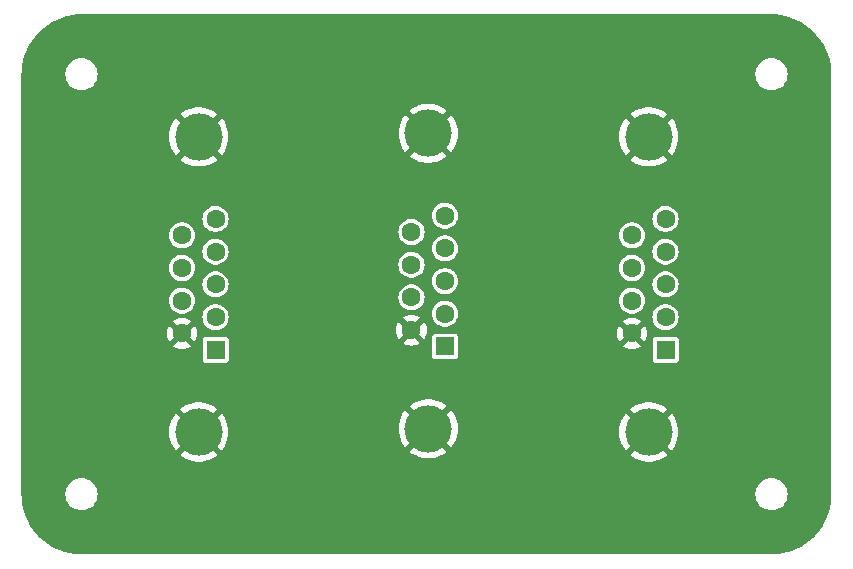
<source format=gbl>
G04 #@! TF.GenerationSoftware,KiCad,Pcbnew,7.0.10*
G04 #@! TF.CreationDate,2024-01-28T20:04:37-07:00*
G04 #@! TF.ProjectId,CANBUS Breakout Board,43414e42-5553-4204-9272-65616b6f7574,rev?*
G04 #@! TF.SameCoordinates,Original*
G04 #@! TF.FileFunction,Copper,L2,Bot*
G04 #@! TF.FilePolarity,Positive*
%FSLAX46Y46*%
G04 Gerber Fmt 4.6, Leading zero omitted, Abs format (unit mm)*
G04 Created by KiCad (PCBNEW 7.0.10) date 2024-01-28 20:04:37*
%MOMM*%
%LPD*%
G01*
G04 APERTURE LIST*
G04 #@! TA.AperFunction,ComponentPad*
%ADD10C,4.000000*%
G04 #@! TD*
G04 #@! TA.AperFunction,ComponentPad*
%ADD11R,1.600000X1.600000*%
G04 #@! TD*
G04 #@! TA.AperFunction,ComponentPad*
%ADD12C,1.600000*%
G04 #@! TD*
G04 #@! TA.AperFunction,Conductor*
%ADD13C,0.250000*%
G04 #@! TD*
G04 #@! TA.AperFunction,Conductor*
%ADD14C,0.200000*%
G04 #@! TD*
G04 APERTURE END LIST*
D10*
X134390331Y-66250000D03*
X134390331Y-91250000D03*
D11*
X135810331Y-84290000D03*
D12*
X135810331Y-81520000D03*
X135810331Y-78750000D03*
X135810331Y-75980000D03*
X135810331Y-73210000D03*
X132970331Y-82905000D03*
X132970331Y-80135000D03*
X132970331Y-77365000D03*
X132970331Y-74595000D03*
X152400000Y-74314669D03*
X152400000Y-77084669D03*
X152400000Y-79854669D03*
X152400000Y-82624669D03*
X155240000Y-72929669D03*
X155240000Y-75699669D03*
X155240000Y-78469669D03*
X155240000Y-81239669D03*
D11*
X155240000Y-84009669D03*
D10*
X153820000Y-90969669D03*
X153820000Y-65969669D03*
X172490331Y-66250000D03*
X172490331Y-91250000D03*
D11*
X173910331Y-84290000D03*
D12*
X173910331Y-81520000D03*
X173910331Y-78750000D03*
X173910331Y-75980000D03*
X173910331Y-73210000D03*
X171070331Y-82905000D03*
X171070331Y-80135000D03*
X171070331Y-77365000D03*
X171070331Y-74595000D03*
D13*
X170790000Y-79854669D02*
X171070331Y-80135000D01*
X152119669Y-80135000D02*
X152400000Y-79854669D01*
D14*
X170790000Y-74314669D02*
X171070331Y-74595000D01*
X152119669Y-74595000D02*
X152400000Y-74314669D01*
G04 #@! TA.AperFunction,Conductor*
G36*
X182882562Y-55880605D02*
G01*
X183097373Y-55889490D01*
X183300249Y-55898348D01*
X183310120Y-55899177D01*
X183525510Y-55926026D01*
X183525963Y-55926084D01*
X183728504Y-55952749D01*
X183737718Y-55954319D01*
X183949797Y-55998787D01*
X183950827Y-55999009D01*
X184150566Y-56043290D01*
X184159092Y-56045502D01*
X184296957Y-56086546D01*
X184366503Y-56107251D01*
X184368407Y-56107835D01*
X184419925Y-56124078D01*
X184563404Y-56169316D01*
X184571119Y-56172034D01*
X184772754Y-56250712D01*
X184775027Y-56251626D01*
X184963987Y-56329896D01*
X184970965Y-56333043D01*
X185165405Y-56428098D01*
X185168080Y-56429449D01*
X185258300Y-56476415D01*
X185349482Y-56523882D01*
X185355698Y-56527348D01*
X185541533Y-56638081D01*
X185544685Y-56640024D01*
X185717116Y-56749875D01*
X185722545Y-56753538D01*
X185898570Y-56879218D01*
X185902002Y-56881759D01*
X186064219Y-57006232D01*
X186068874Y-57009985D01*
X186233920Y-57149771D01*
X186237552Y-57152972D01*
X186388327Y-57291132D01*
X186392235Y-57294873D01*
X186545125Y-57447763D01*
X186548866Y-57451671D01*
X186687026Y-57602446D01*
X186690227Y-57606078D01*
X186830013Y-57771124D01*
X186833766Y-57775779D01*
X186958239Y-57937996D01*
X186960780Y-57941428D01*
X187086460Y-58117453D01*
X187090123Y-58122882D01*
X187199974Y-58295313D01*
X187201917Y-58298465D01*
X187312650Y-58484300D01*
X187316116Y-58490516D01*
X187410534Y-58671889D01*
X187411946Y-58674686D01*
X187506942Y-58869004D01*
X187510102Y-58876011D01*
X187588351Y-59064920D01*
X187589307Y-59067298D01*
X187667949Y-59268838D01*
X187670693Y-59276627D01*
X187732163Y-59471591D01*
X187732747Y-59473495D01*
X187794494Y-59680898D01*
X187796710Y-59689441D01*
X187840949Y-59888987D01*
X187841249Y-59890380D01*
X187885675Y-60102260D01*
X187887253Y-60111521D01*
X187913887Y-60313829D01*
X187913996Y-60314676D01*
X187940818Y-60529849D01*
X187941652Y-60539778D01*
X187950512Y-60742701D01*
X187950524Y-60742986D01*
X187959394Y-60957438D01*
X187959500Y-60962562D01*
X187959500Y-96517437D01*
X187959394Y-96522561D01*
X187950524Y-96737013D01*
X187950512Y-96737298D01*
X187941652Y-96940220D01*
X187940818Y-96950149D01*
X187913996Y-97165322D01*
X187913887Y-97166169D01*
X187887253Y-97368477D01*
X187885675Y-97377738D01*
X187841249Y-97589618D01*
X187840949Y-97591011D01*
X187796710Y-97790557D01*
X187794494Y-97799100D01*
X187732747Y-98006503D01*
X187732163Y-98008407D01*
X187670693Y-98203371D01*
X187667949Y-98211160D01*
X187589307Y-98412700D01*
X187588351Y-98415078D01*
X187510102Y-98603987D01*
X187506942Y-98610994D01*
X187411946Y-98805312D01*
X187410534Y-98808109D01*
X187316116Y-98989482D01*
X187312650Y-98995698D01*
X187201917Y-99181533D01*
X187199974Y-99184685D01*
X187090123Y-99357116D01*
X187086460Y-99362545D01*
X186960780Y-99538570D01*
X186958239Y-99542002D01*
X186833766Y-99704219D01*
X186830013Y-99708874D01*
X186690227Y-99873920D01*
X186687026Y-99877552D01*
X186548866Y-100028327D01*
X186545125Y-100032235D01*
X186392235Y-100185125D01*
X186388327Y-100188866D01*
X186237552Y-100327026D01*
X186233920Y-100330227D01*
X186068874Y-100470013D01*
X186064219Y-100473766D01*
X185902002Y-100598239D01*
X185898570Y-100600780D01*
X185722545Y-100726460D01*
X185717116Y-100730123D01*
X185544685Y-100839974D01*
X185541533Y-100841917D01*
X185355698Y-100952650D01*
X185349482Y-100956116D01*
X185168109Y-101050534D01*
X185165312Y-101051946D01*
X184970994Y-101146942D01*
X184963987Y-101150102D01*
X184775078Y-101228351D01*
X184772700Y-101229307D01*
X184571160Y-101307949D01*
X184563371Y-101310693D01*
X184368407Y-101372163D01*
X184366503Y-101372747D01*
X184159100Y-101434494D01*
X184150557Y-101436710D01*
X183951011Y-101480949D01*
X183949618Y-101481249D01*
X183737738Y-101525675D01*
X183728477Y-101527253D01*
X183526169Y-101553887D01*
X183525322Y-101553996D01*
X183310149Y-101580818D01*
X183300220Y-101581652D01*
X183097408Y-101590507D01*
X183097124Y-101590519D01*
X182882563Y-101599394D01*
X182877438Y-101599500D01*
X124462562Y-101599500D01*
X124457437Y-101599394D01*
X124242874Y-101590519D01*
X124242590Y-101590507D01*
X124039778Y-101581652D01*
X124029849Y-101580818D01*
X123814676Y-101553996D01*
X123813829Y-101553887D01*
X123611521Y-101527253D01*
X123602260Y-101525675D01*
X123390380Y-101481249D01*
X123388987Y-101480949D01*
X123189441Y-101436710D01*
X123180898Y-101434494D01*
X122973495Y-101372747D01*
X122971591Y-101372163D01*
X122776627Y-101310693D01*
X122768845Y-101307951D01*
X122638255Y-101256995D01*
X122567298Y-101229307D01*
X122564920Y-101228351D01*
X122376011Y-101150102D01*
X122369004Y-101146942D01*
X122174657Y-101051931D01*
X122171889Y-101050534D01*
X121990516Y-100956116D01*
X121984300Y-100952650D01*
X121798465Y-100841917D01*
X121795313Y-100839974D01*
X121622882Y-100730123D01*
X121617453Y-100726460D01*
X121441428Y-100600780D01*
X121437996Y-100598239D01*
X121275779Y-100473766D01*
X121271124Y-100470013D01*
X121106078Y-100330227D01*
X121102446Y-100327026D01*
X120951671Y-100188866D01*
X120947763Y-100185125D01*
X120794873Y-100032235D01*
X120791132Y-100028327D01*
X120652972Y-99877552D01*
X120649771Y-99873920D01*
X120509985Y-99708874D01*
X120506232Y-99704219D01*
X120381759Y-99542002D01*
X120379218Y-99538570D01*
X120253538Y-99362545D01*
X120249875Y-99357116D01*
X120140024Y-99184685D01*
X120138081Y-99181533D01*
X120027348Y-98995698D01*
X120023882Y-98989482D01*
X119929464Y-98808109D01*
X119928098Y-98805404D01*
X119833043Y-98610965D01*
X119829896Y-98603987D01*
X119751626Y-98415027D01*
X119750712Y-98412754D01*
X119672034Y-98211119D01*
X119669316Y-98203404D01*
X119607835Y-98008407D01*
X119607251Y-98006503D01*
X119562165Y-97855063D01*
X119545502Y-97799092D01*
X119543288Y-97790557D01*
X119499009Y-97590827D01*
X119498787Y-97589797D01*
X119454319Y-97377718D01*
X119452749Y-97368504D01*
X119426084Y-97165963D01*
X119426026Y-97165510D01*
X119399177Y-96950120D01*
X119398348Y-96940249D01*
X119389487Y-96737298D01*
X119380606Y-96522561D01*
X119380553Y-96520000D01*
X123104341Y-96520000D01*
X123124936Y-96755403D01*
X123124938Y-96755413D01*
X123186094Y-96983655D01*
X123186096Y-96983659D01*
X123186097Y-96983663D01*
X123236031Y-97090746D01*
X123285964Y-97197828D01*
X123285965Y-97197830D01*
X123421505Y-97391402D01*
X123588597Y-97558494D01*
X123782169Y-97694034D01*
X123782171Y-97694035D01*
X123996337Y-97793903D01*
X123996343Y-97793904D01*
X123996344Y-97793905D01*
X124051285Y-97808626D01*
X124224592Y-97855063D01*
X124401032Y-97870499D01*
X124401033Y-97870500D01*
X124401034Y-97870500D01*
X124518967Y-97870500D01*
X124518967Y-97870499D01*
X124695408Y-97855063D01*
X124923663Y-97793903D01*
X125137829Y-97694035D01*
X125331401Y-97558495D01*
X125498495Y-97391401D01*
X125634035Y-97197830D01*
X125733903Y-96983663D01*
X125795063Y-96755408D01*
X125815659Y-96520000D01*
X181524341Y-96520000D01*
X181544936Y-96755403D01*
X181544938Y-96755413D01*
X181606094Y-96983655D01*
X181606096Y-96983659D01*
X181606097Y-96983663D01*
X181656031Y-97090746D01*
X181705964Y-97197828D01*
X181705965Y-97197830D01*
X181841505Y-97391402D01*
X182008597Y-97558494D01*
X182202169Y-97694034D01*
X182202171Y-97694035D01*
X182416337Y-97793903D01*
X182416343Y-97793904D01*
X182416344Y-97793905D01*
X182471285Y-97808626D01*
X182644592Y-97855063D01*
X182821032Y-97870499D01*
X182821033Y-97870500D01*
X182821034Y-97870500D01*
X182938967Y-97870500D01*
X182938967Y-97870499D01*
X183115408Y-97855063D01*
X183343663Y-97793903D01*
X183557829Y-97694035D01*
X183751401Y-97558495D01*
X183918495Y-97391401D01*
X184054035Y-97197830D01*
X184153903Y-96983663D01*
X184215063Y-96755408D01*
X184235659Y-96520000D01*
X184215063Y-96284592D01*
X184153903Y-96056337D01*
X184054035Y-95842171D01*
X184054034Y-95842169D01*
X183918494Y-95648597D01*
X183751402Y-95481505D01*
X183557830Y-95345965D01*
X183557828Y-95345964D01*
X183450746Y-95296031D01*
X183343663Y-95246097D01*
X183343659Y-95246096D01*
X183343655Y-95246094D01*
X183115413Y-95184938D01*
X183115403Y-95184936D01*
X182938967Y-95169500D01*
X182938966Y-95169500D01*
X182821034Y-95169500D01*
X182821033Y-95169500D01*
X182644596Y-95184936D01*
X182644586Y-95184938D01*
X182416344Y-95246094D01*
X182416335Y-95246098D01*
X182202171Y-95345964D01*
X182202169Y-95345965D01*
X182008597Y-95481505D01*
X181841506Y-95648597D01*
X181841501Y-95648604D01*
X181705967Y-95842165D01*
X181705965Y-95842169D01*
X181606098Y-96056335D01*
X181606094Y-96056344D01*
X181544938Y-96284586D01*
X181544936Y-96284596D01*
X181524341Y-96519999D01*
X181524341Y-96520000D01*
X125815659Y-96520000D01*
X125795063Y-96284592D01*
X125733903Y-96056337D01*
X125634035Y-95842171D01*
X125634034Y-95842169D01*
X125498494Y-95648597D01*
X125331402Y-95481505D01*
X125137830Y-95345965D01*
X125137828Y-95345964D01*
X125030746Y-95296031D01*
X124923663Y-95246097D01*
X124923659Y-95246096D01*
X124923655Y-95246094D01*
X124695413Y-95184938D01*
X124695403Y-95184936D01*
X124518967Y-95169500D01*
X124518966Y-95169500D01*
X124401034Y-95169500D01*
X124401033Y-95169500D01*
X124224596Y-95184936D01*
X124224586Y-95184938D01*
X123996344Y-95246094D01*
X123996335Y-95246098D01*
X123782171Y-95345964D01*
X123782169Y-95345965D01*
X123588597Y-95481505D01*
X123421506Y-95648597D01*
X123421501Y-95648604D01*
X123285967Y-95842165D01*
X123285965Y-95842169D01*
X123186098Y-96056335D01*
X123186094Y-96056344D01*
X123124938Y-96284586D01*
X123124936Y-96284596D01*
X123104341Y-96519999D01*
X123104341Y-96520000D01*
X119380553Y-96520000D01*
X119380500Y-96517438D01*
X119380500Y-91250005D01*
X131885388Y-91250005D01*
X131905138Y-91563942D01*
X131905139Y-91563949D01*
X131964086Y-91872958D01*
X132061294Y-92172132D01*
X132061296Y-92172137D01*
X132195231Y-92456761D01*
X132195234Y-92456767D01*
X132363788Y-92722367D01*
X132363791Y-92722371D01*
X132454617Y-92832160D01*
X133092597Y-92194180D01*
X133255461Y-92384870D01*
X133446149Y-92547732D01*
X132805302Y-93188579D01*
X132805303Y-93188581D01*
X133048103Y-93364985D01*
X133048121Y-93364996D01*
X133323778Y-93516540D01*
X133323786Y-93516544D01*
X133616257Y-93632340D01*
X133920951Y-93710573D01*
X133920960Y-93710575D01*
X134233032Y-93749999D01*
X134233046Y-93750000D01*
X134547616Y-93750000D01*
X134547629Y-93749999D01*
X134859701Y-93710575D01*
X134859710Y-93710573D01*
X135164404Y-93632340D01*
X135456875Y-93516544D01*
X135456883Y-93516540D01*
X135732540Y-93364996D01*
X135732550Y-93364990D01*
X135975357Y-93188579D01*
X135975358Y-93188579D01*
X135334511Y-92547733D01*
X135525201Y-92384870D01*
X135688064Y-92194181D01*
X136326043Y-92832160D01*
X136416875Y-92722364D01*
X136585427Y-92456767D01*
X136585430Y-92456761D01*
X136719365Y-92172137D01*
X136719367Y-92172132D01*
X136816575Y-91872958D01*
X136875522Y-91563949D01*
X136875523Y-91563942D01*
X136895274Y-91250005D01*
X136895274Y-91249994D01*
X136877638Y-90969674D01*
X151315057Y-90969674D01*
X151334807Y-91283611D01*
X151334808Y-91283618D01*
X151393755Y-91592627D01*
X151490963Y-91891801D01*
X151490965Y-91891806D01*
X151624900Y-92176430D01*
X151624903Y-92176436D01*
X151793457Y-92442036D01*
X151793460Y-92442040D01*
X151884286Y-92551829D01*
X152522266Y-91913849D01*
X152685130Y-92104539D01*
X152875818Y-92267401D01*
X152234971Y-92908248D01*
X152234972Y-92908250D01*
X152477772Y-93084654D01*
X152477790Y-93084665D01*
X152753447Y-93236209D01*
X152753455Y-93236213D01*
X153045926Y-93352009D01*
X153350620Y-93430242D01*
X153350629Y-93430244D01*
X153662701Y-93469668D01*
X153662715Y-93469669D01*
X153977285Y-93469669D01*
X153977298Y-93469668D01*
X154289370Y-93430244D01*
X154289379Y-93430242D01*
X154594073Y-93352009D01*
X154886544Y-93236213D01*
X154886552Y-93236209D01*
X155162209Y-93084665D01*
X155162219Y-93084659D01*
X155405026Y-92908248D01*
X155405027Y-92908248D01*
X154764180Y-92267402D01*
X154954870Y-92104539D01*
X155117733Y-91913850D01*
X155755712Y-92551829D01*
X155846544Y-92442033D01*
X156015096Y-92176436D01*
X156015099Y-92176430D01*
X156149034Y-91891806D01*
X156149036Y-91891801D01*
X156246244Y-91592627D01*
X156305191Y-91283618D01*
X156305192Y-91283611D01*
X156307306Y-91250005D01*
X169985388Y-91250005D01*
X170005138Y-91563942D01*
X170005139Y-91563949D01*
X170064086Y-91872958D01*
X170161294Y-92172132D01*
X170161296Y-92172137D01*
X170295231Y-92456761D01*
X170295234Y-92456767D01*
X170463788Y-92722367D01*
X170463791Y-92722371D01*
X170554617Y-92832160D01*
X171192597Y-92194180D01*
X171355461Y-92384870D01*
X171546149Y-92547732D01*
X170905302Y-93188579D01*
X170905303Y-93188581D01*
X171148103Y-93364985D01*
X171148121Y-93364996D01*
X171423778Y-93516540D01*
X171423786Y-93516544D01*
X171716257Y-93632340D01*
X172020951Y-93710573D01*
X172020960Y-93710575D01*
X172333032Y-93749999D01*
X172333046Y-93750000D01*
X172647616Y-93750000D01*
X172647629Y-93749999D01*
X172959701Y-93710575D01*
X172959710Y-93710573D01*
X173264404Y-93632340D01*
X173556875Y-93516544D01*
X173556883Y-93516540D01*
X173832540Y-93364996D01*
X173832550Y-93364990D01*
X174075357Y-93188579D01*
X174075358Y-93188579D01*
X173434511Y-92547733D01*
X173625201Y-92384870D01*
X173788064Y-92194181D01*
X174426043Y-92832160D01*
X174516875Y-92722364D01*
X174685427Y-92456767D01*
X174685430Y-92456761D01*
X174819365Y-92172137D01*
X174819367Y-92172132D01*
X174916575Y-91872958D01*
X174975522Y-91563949D01*
X174975523Y-91563942D01*
X174995274Y-91250005D01*
X174995274Y-91249994D01*
X174975523Y-90936057D01*
X174975522Y-90936050D01*
X174916575Y-90627041D01*
X174819367Y-90327867D01*
X174819365Y-90327862D01*
X174685430Y-90043238D01*
X174685427Y-90043232D01*
X174516873Y-89777632D01*
X174516870Y-89777628D01*
X174426043Y-89667838D01*
X173788063Y-90305818D01*
X173625201Y-90115130D01*
X173434511Y-89952266D01*
X174075358Y-89311419D01*
X174075357Y-89311417D01*
X173832558Y-89135014D01*
X173832540Y-89135003D01*
X173556883Y-88983459D01*
X173556875Y-88983455D01*
X173264404Y-88867659D01*
X172959710Y-88789426D01*
X172959701Y-88789424D01*
X172647629Y-88750000D01*
X172333032Y-88750000D01*
X172020960Y-88789424D01*
X172020951Y-88789426D01*
X171716257Y-88867659D01*
X171423786Y-88983455D01*
X171423778Y-88983459D01*
X171148118Y-89135004D01*
X171148113Y-89135007D01*
X170905303Y-89311418D01*
X170905302Y-89311419D01*
X171546150Y-89952266D01*
X171355461Y-90115130D01*
X171192597Y-90305818D01*
X170554617Y-89667838D01*
X170554616Y-89667838D01*
X170463790Y-89777629D01*
X170463788Y-89777632D01*
X170295234Y-90043232D01*
X170295231Y-90043238D01*
X170161296Y-90327862D01*
X170161294Y-90327867D01*
X170064086Y-90627041D01*
X170005139Y-90936050D01*
X170005138Y-90936057D01*
X169985388Y-91249994D01*
X169985388Y-91250005D01*
X156307306Y-91250005D01*
X156324943Y-90969674D01*
X156324943Y-90969663D01*
X156305192Y-90655726D01*
X156305191Y-90655719D01*
X156246244Y-90346710D01*
X156149036Y-90047536D01*
X156149034Y-90047531D01*
X156015099Y-89762907D01*
X156015096Y-89762901D01*
X155846542Y-89497301D01*
X155846539Y-89497297D01*
X155755712Y-89387507D01*
X155117732Y-90025487D01*
X154954870Y-89834799D01*
X154764180Y-89671935D01*
X155405027Y-89031088D01*
X155405026Y-89031086D01*
X155162227Y-88854683D01*
X155162209Y-88854672D01*
X154886552Y-88703128D01*
X154886544Y-88703124D01*
X154594073Y-88587328D01*
X154289379Y-88509095D01*
X154289370Y-88509093D01*
X153977298Y-88469669D01*
X153662701Y-88469669D01*
X153350629Y-88509093D01*
X153350620Y-88509095D01*
X153045926Y-88587328D01*
X152753455Y-88703124D01*
X152753447Y-88703128D01*
X152477787Y-88854673D01*
X152477782Y-88854676D01*
X152234972Y-89031087D01*
X152234971Y-89031088D01*
X152875819Y-89671935D01*
X152685130Y-89834799D01*
X152522266Y-90025487D01*
X151884286Y-89387507D01*
X151884285Y-89387507D01*
X151793459Y-89497298D01*
X151793457Y-89497301D01*
X151624903Y-89762901D01*
X151624900Y-89762907D01*
X151490965Y-90047531D01*
X151490963Y-90047536D01*
X151393755Y-90346710D01*
X151334808Y-90655719D01*
X151334807Y-90655726D01*
X151315057Y-90969663D01*
X151315057Y-90969674D01*
X136877638Y-90969674D01*
X136875523Y-90936057D01*
X136875522Y-90936050D01*
X136816575Y-90627041D01*
X136719367Y-90327867D01*
X136719365Y-90327862D01*
X136585430Y-90043238D01*
X136585427Y-90043232D01*
X136416873Y-89777632D01*
X136416870Y-89777628D01*
X136326043Y-89667838D01*
X135688063Y-90305818D01*
X135525201Y-90115130D01*
X135334511Y-89952266D01*
X135975358Y-89311419D01*
X135975357Y-89311417D01*
X135732558Y-89135014D01*
X135732540Y-89135003D01*
X135456883Y-88983459D01*
X135456875Y-88983455D01*
X135164404Y-88867659D01*
X134859710Y-88789426D01*
X134859701Y-88789424D01*
X134547629Y-88750000D01*
X134233032Y-88750000D01*
X133920960Y-88789424D01*
X133920951Y-88789426D01*
X133616257Y-88867659D01*
X133323786Y-88983455D01*
X133323778Y-88983459D01*
X133048118Y-89135004D01*
X133048113Y-89135007D01*
X132805303Y-89311418D01*
X132805302Y-89311419D01*
X133446150Y-89952266D01*
X133255461Y-90115130D01*
X133092597Y-90305818D01*
X132454617Y-89667838D01*
X132454616Y-89667838D01*
X132363790Y-89777629D01*
X132363788Y-89777632D01*
X132195234Y-90043232D01*
X132195231Y-90043238D01*
X132061296Y-90327862D01*
X132061294Y-90327867D01*
X131964086Y-90627041D01*
X131905139Y-90936050D01*
X131905138Y-90936057D01*
X131885388Y-91249994D01*
X131885388Y-91250005D01*
X119380500Y-91250005D01*
X119380500Y-85134856D01*
X134709831Y-85134856D01*
X134709833Y-85134882D01*
X134712744Y-85159987D01*
X134712746Y-85159991D01*
X134758124Y-85262764D01*
X134758125Y-85262765D01*
X134837566Y-85342206D01*
X134940340Y-85387585D01*
X134965466Y-85390500D01*
X136655195Y-85390499D01*
X136655210Y-85390497D01*
X136655213Y-85390497D01*
X136680318Y-85387586D01*
X136680319Y-85387585D01*
X136680322Y-85387585D01*
X136783096Y-85342206D01*
X136862537Y-85262765D01*
X136907916Y-85159991D01*
X136910831Y-85134865D01*
X136910831Y-85134856D01*
X172809831Y-85134856D01*
X172809833Y-85134882D01*
X172812744Y-85159987D01*
X172812746Y-85159991D01*
X172858124Y-85262764D01*
X172858125Y-85262765D01*
X172937566Y-85342206D01*
X173040340Y-85387585D01*
X173065466Y-85390500D01*
X174755195Y-85390499D01*
X174755210Y-85390497D01*
X174755213Y-85390497D01*
X174780318Y-85387586D01*
X174780319Y-85387585D01*
X174780322Y-85387585D01*
X174883096Y-85342206D01*
X174962537Y-85262765D01*
X175007916Y-85159991D01*
X175010831Y-85134865D01*
X175010830Y-83445136D01*
X175010828Y-83445117D01*
X175007917Y-83420012D01*
X175007916Y-83420010D01*
X175007916Y-83420009D01*
X174962537Y-83317235D01*
X174883096Y-83237794D01*
X174883094Y-83237793D01*
X174780323Y-83192415D01*
X174755196Y-83189500D01*
X173065474Y-83189500D01*
X173065448Y-83189502D01*
X173040343Y-83192413D01*
X173040339Y-83192415D01*
X172937566Y-83237793D01*
X172858125Y-83317234D01*
X172812746Y-83420006D01*
X172812746Y-83420008D01*
X172809831Y-83445131D01*
X172809831Y-85134856D01*
X136910831Y-85134856D01*
X136910831Y-84854525D01*
X154139500Y-84854525D01*
X154139502Y-84854551D01*
X154142413Y-84879656D01*
X154142415Y-84879660D01*
X154187793Y-84982433D01*
X154187794Y-84982434D01*
X154267235Y-85061875D01*
X154370009Y-85107254D01*
X154395135Y-85110169D01*
X156084864Y-85110168D01*
X156084879Y-85110166D01*
X156084882Y-85110166D01*
X156109987Y-85107255D01*
X156109988Y-85107254D01*
X156109991Y-85107254D01*
X156212765Y-85061875D01*
X156292206Y-84982434D01*
X156337585Y-84879660D01*
X156340500Y-84854534D01*
X156340499Y-83164805D01*
X156340497Y-83164786D01*
X156337586Y-83139681D01*
X156337585Y-83139679D01*
X156337585Y-83139678D01*
X156292206Y-83036904D01*
X156212765Y-82957463D01*
X156212763Y-82957462D01*
X156109992Y-82912084D01*
X156084865Y-82909169D01*
X154395143Y-82909169D01*
X154395117Y-82909171D01*
X154370012Y-82912082D01*
X154370008Y-82912084D01*
X154267235Y-82957462D01*
X154187794Y-83036903D01*
X154142415Y-83139675D01*
X154142415Y-83139677D01*
X154139500Y-83164800D01*
X154139500Y-84854525D01*
X136910831Y-84854525D01*
X136910830Y-83445136D01*
X136910828Y-83445117D01*
X136907917Y-83420012D01*
X136907916Y-83420010D01*
X136907916Y-83420009D01*
X136862537Y-83317235D01*
X136783096Y-83237794D01*
X136783094Y-83237793D01*
X136680323Y-83192415D01*
X136655196Y-83189500D01*
X134965474Y-83189500D01*
X134965448Y-83189502D01*
X134940343Y-83192413D01*
X134940339Y-83192415D01*
X134837566Y-83237793D01*
X134758125Y-83317234D01*
X134712746Y-83420006D01*
X134712746Y-83420008D01*
X134709831Y-83445131D01*
X134709831Y-85134856D01*
X119380500Y-85134856D01*
X119380500Y-82905002D01*
X131665365Y-82905002D01*
X131685189Y-83131599D01*
X131685191Y-83131610D01*
X131744061Y-83351317D01*
X131744066Y-83351331D01*
X131840194Y-83557478D01*
X131891305Y-83630472D01*
X132487254Y-83034523D01*
X132510838Y-83114844D01*
X132588570Y-83235798D01*
X132697231Y-83329952D01*
X132828016Y-83389680D01*
X132837797Y-83391086D01*
X132244857Y-83984025D01*
X132317844Y-84035132D01*
X132317852Y-84035136D01*
X132523999Y-84131264D01*
X132524013Y-84131269D01*
X132743720Y-84190139D01*
X132743731Y-84190141D01*
X132970329Y-84209966D01*
X132970333Y-84209966D01*
X133196930Y-84190141D01*
X133196941Y-84190139D01*
X133416648Y-84131269D01*
X133416662Y-84131264D01*
X133622809Y-84035136D01*
X133695802Y-83984024D01*
X133102864Y-83391086D01*
X133112646Y-83389680D01*
X133243431Y-83329952D01*
X133352092Y-83235798D01*
X133429824Y-83114844D01*
X133453407Y-83034523D01*
X134049355Y-83630471D01*
X134100467Y-83557478D01*
X134196595Y-83351331D01*
X134196600Y-83351317D01*
X134255470Y-83131610D01*
X134255472Y-83131599D01*
X134275297Y-82905002D01*
X134275297Y-82904997D01*
X134255472Y-82678400D01*
X134255470Y-82678389D01*
X134241076Y-82624671D01*
X151095034Y-82624671D01*
X151114858Y-82851268D01*
X151114860Y-82851279D01*
X151173730Y-83070986D01*
X151173735Y-83071000D01*
X151269863Y-83277147D01*
X151320974Y-83350141D01*
X151916923Y-82754192D01*
X151940507Y-82834513D01*
X152018239Y-82955467D01*
X152126900Y-83049621D01*
X152257685Y-83109349D01*
X152267466Y-83110755D01*
X151674526Y-83703694D01*
X151747513Y-83754801D01*
X151747521Y-83754805D01*
X151953668Y-83850933D01*
X151953682Y-83850938D01*
X152173389Y-83909808D01*
X152173400Y-83909810D01*
X152399998Y-83929635D01*
X152400002Y-83929635D01*
X152626599Y-83909810D01*
X152626610Y-83909808D01*
X152846317Y-83850938D01*
X152846331Y-83850933D01*
X153052478Y-83754805D01*
X153125471Y-83703693D01*
X152532533Y-83110755D01*
X152542315Y-83109349D01*
X152673100Y-83049621D01*
X152781761Y-82955467D01*
X152859493Y-82834513D01*
X152883076Y-82754192D01*
X153479024Y-83350140D01*
X153530136Y-83277147D01*
X153626264Y-83071000D01*
X153626269Y-83070986D01*
X153670744Y-82905002D01*
X169765365Y-82905002D01*
X169785189Y-83131599D01*
X169785191Y-83131610D01*
X169844061Y-83351317D01*
X169844066Y-83351331D01*
X169940194Y-83557478D01*
X169991305Y-83630472D01*
X170587254Y-83034523D01*
X170610838Y-83114844D01*
X170688570Y-83235798D01*
X170797231Y-83329952D01*
X170928016Y-83389680D01*
X170937797Y-83391086D01*
X170344857Y-83984025D01*
X170417844Y-84035132D01*
X170417852Y-84035136D01*
X170623999Y-84131264D01*
X170624013Y-84131269D01*
X170843720Y-84190139D01*
X170843731Y-84190141D01*
X171070329Y-84209966D01*
X171070333Y-84209966D01*
X171296930Y-84190141D01*
X171296941Y-84190139D01*
X171516648Y-84131269D01*
X171516662Y-84131264D01*
X171722809Y-84035136D01*
X171795802Y-83984024D01*
X171202864Y-83391086D01*
X171212646Y-83389680D01*
X171343431Y-83329952D01*
X171452092Y-83235798D01*
X171529824Y-83114844D01*
X171553407Y-83034523D01*
X172149355Y-83630471D01*
X172200467Y-83557478D01*
X172296595Y-83351331D01*
X172296600Y-83351317D01*
X172355470Y-83131610D01*
X172355472Y-83131599D01*
X172375297Y-82905002D01*
X172375297Y-82904997D01*
X172355472Y-82678400D01*
X172355470Y-82678389D01*
X172296600Y-82458682D01*
X172296595Y-82458668D01*
X172200467Y-82252521D01*
X172200463Y-82252513D01*
X172149356Y-82179526D01*
X171553407Y-82775475D01*
X171529824Y-82695156D01*
X171452092Y-82574202D01*
X171343431Y-82480048D01*
X171212646Y-82420320D01*
X171202864Y-82418913D01*
X171795803Y-81825974D01*
X171722809Y-81774863D01*
X171516662Y-81678735D01*
X171516648Y-81678730D01*
X171296941Y-81619860D01*
X171296930Y-81619858D01*
X171070333Y-81600034D01*
X171070329Y-81600034D01*
X170843731Y-81619858D01*
X170843720Y-81619860D01*
X170624013Y-81678730D01*
X170624004Y-81678734D01*
X170417847Y-81774866D01*
X170417843Y-81774868D01*
X170344857Y-81825973D01*
X170344857Y-81825974D01*
X170937797Y-82418913D01*
X170928016Y-82420320D01*
X170797231Y-82480048D01*
X170688570Y-82574202D01*
X170610838Y-82695156D01*
X170587254Y-82775475D01*
X169991305Y-82179526D01*
X169991304Y-82179526D01*
X169940199Y-82252512D01*
X169940197Y-82252516D01*
X169844065Y-82458673D01*
X169844061Y-82458682D01*
X169785191Y-82678389D01*
X169785189Y-82678400D01*
X169765365Y-82904997D01*
X169765365Y-82905002D01*
X153670744Y-82905002D01*
X153685139Y-82851279D01*
X153685141Y-82851268D01*
X153704966Y-82624671D01*
X153704966Y-82624666D01*
X153685141Y-82398069D01*
X153685139Y-82398058D01*
X153626269Y-82178351D01*
X153626264Y-82178337D01*
X153530136Y-81972190D01*
X153530132Y-81972182D01*
X153479025Y-81899195D01*
X152883076Y-82495144D01*
X152859493Y-82414825D01*
X152781761Y-82293871D01*
X152673100Y-82199717D01*
X152542315Y-82139989D01*
X152532533Y-82138582D01*
X153125472Y-81545643D01*
X153052478Y-81494532D01*
X152846331Y-81398404D01*
X152846317Y-81398399D01*
X152626610Y-81339529D01*
X152626599Y-81339527D01*
X152400002Y-81319703D01*
X152399998Y-81319703D01*
X152173400Y-81339527D01*
X152173389Y-81339529D01*
X151953682Y-81398399D01*
X151953673Y-81398403D01*
X151747516Y-81494535D01*
X151747512Y-81494537D01*
X151674526Y-81545642D01*
X151674526Y-81545643D01*
X152267466Y-82138582D01*
X152257685Y-82139989D01*
X152126900Y-82199717D01*
X152018239Y-82293871D01*
X151940507Y-82414825D01*
X151916923Y-82495144D01*
X151320974Y-81899195D01*
X151320973Y-81899195D01*
X151269868Y-81972181D01*
X151269866Y-81972185D01*
X151173734Y-82178342D01*
X151173730Y-82178351D01*
X151114860Y-82398058D01*
X151114858Y-82398069D01*
X151095034Y-82624666D01*
X151095034Y-82624671D01*
X134241076Y-82624671D01*
X134196600Y-82458682D01*
X134196595Y-82458668D01*
X134100467Y-82252521D01*
X134100463Y-82252513D01*
X134049356Y-82179526D01*
X133453407Y-82775475D01*
X133429824Y-82695156D01*
X133352092Y-82574202D01*
X133243431Y-82480048D01*
X133112646Y-82420320D01*
X133102864Y-82418913D01*
X133695803Y-81825974D01*
X133622809Y-81774863D01*
X133416662Y-81678735D01*
X133416648Y-81678730D01*
X133196941Y-81619860D01*
X133196930Y-81619858D01*
X132970333Y-81600034D01*
X132970329Y-81600034D01*
X132743731Y-81619858D01*
X132743720Y-81619860D01*
X132524013Y-81678730D01*
X132524004Y-81678734D01*
X132317847Y-81774866D01*
X132317843Y-81774868D01*
X132244857Y-81825973D01*
X132244857Y-81825974D01*
X132837797Y-82418913D01*
X132828016Y-82420320D01*
X132697231Y-82480048D01*
X132588570Y-82574202D01*
X132510838Y-82695156D01*
X132487254Y-82775475D01*
X131891305Y-82179526D01*
X131891304Y-82179526D01*
X131840199Y-82252512D01*
X131840197Y-82252516D01*
X131744065Y-82458673D01*
X131744061Y-82458682D01*
X131685191Y-82678389D01*
X131685189Y-82678400D01*
X131665365Y-82904997D01*
X131665365Y-82905002D01*
X119380500Y-82905002D01*
X119380500Y-81520000D01*
X134705116Y-81520000D01*
X134723933Y-81723082D01*
X134779748Y-81919247D01*
X134779753Y-81919260D01*
X134870658Y-82101821D01*
X134993568Y-82264581D01*
X135144289Y-82401980D01*
X135144291Y-82401982D01*
X135235843Y-82458668D01*
X135317694Y-82509348D01*
X135507875Y-82583024D01*
X135708355Y-82620500D01*
X135708357Y-82620500D01*
X135912305Y-82620500D01*
X135912307Y-82620500D01*
X136112787Y-82583024D01*
X136302968Y-82509348D01*
X136476372Y-82401981D01*
X136627095Y-82264579D01*
X136750004Y-82101821D01*
X136840913Y-81919250D01*
X136896728Y-81723083D01*
X136915546Y-81520000D01*
X136896728Y-81316917D01*
X136874749Y-81239669D01*
X154134785Y-81239669D01*
X154153602Y-81442751D01*
X154209417Y-81638916D01*
X154209422Y-81638929D01*
X154300327Y-81821490D01*
X154423237Y-81984250D01*
X154573958Y-82121649D01*
X154573960Y-82121651D01*
X154665512Y-82178337D01*
X154747363Y-82229017D01*
X154937544Y-82302693D01*
X155138024Y-82340169D01*
X155138026Y-82340169D01*
X155341974Y-82340169D01*
X155341976Y-82340169D01*
X155542456Y-82302693D01*
X155732637Y-82229017D01*
X155906041Y-82121650D01*
X156056764Y-81984248D01*
X156179673Y-81821490D01*
X156270582Y-81638919D01*
X156304418Y-81520000D01*
X172805116Y-81520000D01*
X172823933Y-81723082D01*
X172879748Y-81919247D01*
X172879753Y-81919260D01*
X172970658Y-82101821D01*
X173093568Y-82264581D01*
X173244289Y-82401980D01*
X173244291Y-82401982D01*
X173335843Y-82458668D01*
X173417694Y-82509348D01*
X173607875Y-82583024D01*
X173808355Y-82620500D01*
X173808357Y-82620500D01*
X174012305Y-82620500D01*
X174012307Y-82620500D01*
X174212787Y-82583024D01*
X174402968Y-82509348D01*
X174576372Y-82401981D01*
X174727095Y-82264579D01*
X174850004Y-82101821D01*
X174940913Y-81919250D01*
X174996728Y-81723083D01*
X175015546Y-81520000D01*
X174996728Y-81316917D01*
X174940913Y-81120750D01*
X174850004Y-80938179D01*
X174727095Y-80775421D01*
X174727093Y-80775418D01*
X174576372Y-80638019D01*
X174576370Y-80638017D01*
X174402973Y-80530655D01*
X174402966Y-80530651D01*
X174307877Y-80493814D01*
X174212787Y-80456976D01*
X174012307Y-80419500D01*
X173808355Y-80419500D01*
X173607875Y-80456976D01*
X173607872Y-80456976D01*
X173607872Y-80456977D01*
X173417695Y-80530651D01*
X173417688Y-80530655D01*
X173244291Y-80638017D01*
X173244289Y-80638019D01*
X173093568Y-80775418D01*
X172970658Y-80938178D01*
X172879753Y-81120739D01*
X172879748Y-81120752D01*
X172823933Y-81316917D01*
X172805116Y-81519999D01*
X172805116Y-81520000D01*
X156304418Y-81520000D01*
X156326397Y-81442752D01*
X156345215Y-81239669D01*
X156326397Y-81036586D01*
X156270582Y-80840419D01*
X156179673Y-80657848D01*
X156086334Y-80534247D01*
X156056762Y-80495087D01*
X155906041Y-80357688D01*
X155906039Y-80357686D01*
X155732642Y-80250324D01*
X155732635Y-80250320D01*
X155637546Y-80213483D01*
X155542456Y-80176645D01*
X155341976Y-80139169D01*
X155138024Y-80139169D01*
X154937544Y-80176645D01*
X154937541Y-80176645D01*
X154937541Y-80176646D01*
X154747364Y-80250320D01*
X154747357Y-80250324D01*
X154573960Y-80357686D01*
X154573958Y-80357688D01*
X154423237Y-80495087D01*
X154300327Y-80657847D01*
X154209422Y-80840408D01*
X154209417Y-80840421D01*
X154153602Y-81036586D01*
X154134785Y-81239668D01*
X154134785Y-81239669D01*
X136874749Y-81239669D01*
X136840913Y-81120750D01*
X136750004Y-80938179D01*
X136627095Y-80775421D01*
X136627093Y-80775418D01*
X136476372Y-80638019D01*
X136476370Y-80638017D01*
X136302973Y-80530655D01*
X136302966Y-80530651D01*
X136207877Y-80493814D01*
X136112787Y-80456976D01*
X135912307Y-80419500D01*
X135708355Y-80419500D01*
X135507875Y-80456976D01*
X135507872Y-80456976D01*
X135507872Y-80456977D01*
X135317695Y-80530651D01*
X135317688Y-80530655D01*
X135144291Y-80638017D01*
X135144289Y-80638019D01*
X134993568Y-80775418D01*
X134870658Y-80938178D01*
X134779753Y-81120739D01*
X134779748Y-81120752D01*
X134723933Y-81316917D01*
X134705116Y-81519999D01*
X134705116Y-81520000D01*
X119380500Y-81520000D01*
X119380500Y-80135000D01*
X131865116Y-80135000D01*
X131883933Y-80338082D01*
X131939748Y-80534247D01*
X131939753Y-80534260D01*
X132030658Y-80716821D01*
X132153568Y-80879581D01*
X132304289Y-81016980D01*
X132304291Y-81016982D01*
X132335953Y-81036586D01*
X132477694Y-81124348D01*
X132667875Y-81198024D01*
X132868355Y-81235500D01*
X132868357Y-81235500D01*
X133072305Y-81235500D01*
X133072307Y-81235500D01*
X133272787Y-81198024D01*
X133462968Y-81124348D01*
X133636372Y-81016981D01*
X133787095Y-80879579D01*
X133910004Y-80716821D01*
X134000913Y-80534250D01*
X134056728Y-80338083D01*
X134075546Y-80135000D01*
X134056728Y-79931917D01*
X134034749Y-79854669D01*
X151294785Y-79854669D01*
X151313602Y-80057751D01*
X151369417Y-80253916D01*
X151369422Y-80253929D01*
X151460327Y-80436490D01*
X151583237Y-80599250D01*
X151733958Y-80736649D01*
X151733960Y-80736651D01*
X151796576Y-80775421D01*
X151907363Y-80844017D01*
X152097544Y-80917693D01*
X152298024Y-80955169D01*
X152298026Y-80955169D01*
X152501974Y-80955169D01*
X152501976Y-80955169D01*
X152702456Y-80917693D01*
X152892637Y-80844017D01*
X153066041Y-80736650D01*
X153216764Y-80599248D01*
X153339673Y-80436490D01*
X153430582Y-80253919D01*
X153464418Y-80135000D01*
X169965116Y-80135000D01*
X169983933Y-80338082D01*
X170039748Y-80534247D01*
X170039753Y-80534260D01*
X170130658Y-80716821D01*
X170253568Y-80879581D01*
X170404289Y-81016980D01*
X170404291Y-81016982D01*
X170435953Y-81036586D01*
X170577694Y-81124348D01*
X170767875Y-81198024D01*
X170968355Y-81235500D01*
X170968357Y-81235500D01*
X171172305Y-81235500D01*
X171172307Y-81235500D01*
X171372787Y-81198024D01*
X171562968Y-81124348D01*
X171736372Y-81016981D01*
X171887095Y-80879579D01*
X172010004Y-80716821D01*
X172100913Y-80534250D01*
X172156728Y-80338083D01*
X172175546Y-80135000D01*
X172156728Y-79931917D01*
X172100913Y-79735750D01*
X172010004Y-79553179D01*
X171887095Y-79390421D01*
X171887093Y-79390418D01*
X171736372Y-79253019D01*
X171736370Y-79253017D01*
X171562973Y-79145655D01*
X171562966Y-79145651D01*
X171467877Y-79108814D01*
X171372787Y-79071976D01*
X171172307Y-79034500D01*
X170968355Y-79034500D01*
X170767875Y-79071976D01*
X170767872Y-79071976D01*
X170767872Y-79071977D01*
X170577695Y-79145651D01*
X170577688Y-79145655D01*
X170404291Y-79253017D01*
X170404289Y-79253019D01*
X170253568Y-79390418D01*
X170130658Y-79553178D01*
X170039753Y-79735739D01*
X170039748Y-79735752D01*
X169983933Y-79931917D01*
X169965116Y-80134999D01*
X169965116Y-80135000D01*
X153464418Y-80135000D01*
X153486397Y-80057752D01*
X153505215Y-79854669D01*
X153486397Y-79651586D01*
X153430582Y-79455419D01*
X153339673Y-79272848D01*
X153246334Y-79149247D01*
X153216762Y-79110087D01*
X153066041Y-78972688D01*
X153066039Y-78972686D01*
X152892642Y-78865324D01*
X152892635Y-78865320D01*
X152797546Y-78828483D01*
X152702456Y-78791645D01*
X152501976Y-78754169D01*
X152298024Y-78754169D01*
X152097544Y-78791645D01*
X152097541Y-78791645D01*
X152097541Y-78791646D01*
X151907364Y-78865320D01*
X151907357Y-78865324D01*
X151733960Y-78972686D01*
X151733958Y-78972688D01*
X151583237Y-79110087D01*
X151460327Y-79272847D01*
X151369422Y-79455408D01*
X151369417Y-79455421D01*
X151313602Y-79651586D01*
X151294785Y-79854668D01*
X151294785Y-79854669D01*
X134034749Y-79854669D01*
X134000913Y-79735750D01*
X133910004Y-79553179D01*
X133787095Y-79390421D01*
X133787093Y-79390418D01*
X133636372Y-79253019D01*
X133636370Y-79253017D01*
X133462973Y-79145655D01*
X133462966Y-79145651D01*
X133367877Y-79108814D01*
X133272787Y-79071976D01*
X133072307Y-79034500D01*
X132868355Y-79034500D01*
X132667875Y-79071976D01*
X132667872Y-79071976D01*
X132667872Y-79071977D01*
X132477695Y-79145651D01*
X132477688Y-79145655D01*
X132304291Y-79253017D01*
X132304289Y-79253019D01*
X132153568Y-79390418D01*
X132030658Y-79553178D01*
X131939753Y-79735739D01*
X131939748Y-79735752D01*
X131883933Y-79931917D01*
X131865116Y-80134999D01*
X131865116Y-80135000D01*
X119380500Y-80135000D01*
X119380500Y-78750000D01*
X134705116Y-78750000D01*
X134723933Y-78953082D01*
X134779748Y-79149247D01*
X134779753Y-79149260D01*
X134870658Y-79331821D01*
X134993568Y-79494581D01*
X135144289Y-79631980D01*
X135144291Y-79631982D01*
X135175953Y-79651586D01*
X135317694Y-79739348D01*
X135507875Y-79813024D01*
X135708355Y-79850500D01*
X135708357Y-79850500D01*
X135912305Y-79850500D01*
X135912307Y-79850500D01*
X136112787Y-79813024D01*
X136302968Y-79739348D01*
X136476372Y-79631981D01*
X136627095Y-79494579D01*
X136750004Y-79331821D01*
X136840913Y-79149250D01*
X136896728Y-78953083D01*
X136915546Y-78750000D01*
X136896728Y-78546917D01*
X136874749Y-78469669D01*
X154134785Y-78469669D01*
X154153602Y-78672751D01*
X154209417Y-78868916D01*
X154209422Y-78868929D01*
X154300327Y-79051490D01*
X154423237Y-79214250D01*
X154573958Y-79351649D01*
X154573960Y-79351651D01*
X154636576Y-79390421D01*
X154747363Y-79459017D01*
X154937544Y-79532693D01*
X155138024Y-79570169D01*
X155138026Y-79570169D01*
X155341974Y-79570169D01*
X155341976Y-79570169D01*
X155542456Y-79532693D01*
X155732637Y-79459017D01*
X155906041Y-79351650D01*
X156056764Y-79214248D01*
X156179673Y-79051490D01*
X156270582Y-78868919D01*
X156304418Y-78750000D01*
X172805116Y-78750000D01*
X172823933Y-78953082D01*
X172879748Y-79149247D01*
X172879753Y-79149260D01*
X172970658Y-79331821D01*
X173093568Y-79494581D01*
X173244289Y-79631980D01*
X173244291Y-79631982D01*
X173275953Y-79651586D01*
X173417694Y-79739348D01*
X173607875Y-79813024D01*
X173808355Y-79850500D01*
X173808357Y-79850500D01*
X174012305Y-79850500D01*
X174012307Y-79850500D01*
X174212787Y-79813024D01*
X174402968Y-79739348D01*
X174576372Y-79631981D01*
X174727095Y-79494579D01*
X174850004Y-79331821D01*
X174940913Y-79149250D01*
X174996728Y-78953083D01*
X175015546Y-78750000D01*
X174996728Y-78546917D01*
X174940913Y-78350750D01*
X174850004Y-78168179D01*
X174727095Y-78005421D01*
X174727093Y-78005418D01*
X174576372Y-77868019D01*
X174576370Y-77868017D01*
X174402973Y-77760655D01*
X174402966Y-77760651D01*
X174307877Y-77723814D01*
X174212787Y-77686976D01*
X174012307Y-77649500D01*
X173808355Y-77649500D01*
X173607875Y-77686976D01*
X173607872Y-77686976D01*
X173607872Y-77686977D01*
X173417695Y-77760651D01*
X173417688Y-77760655D01*
X173244291Y-77868017D01*
X173244289Y-77868019D01*
X173093568Y-78005418D01*
X172970658Y-78168178D01*
X172879753Y-78350739D01*
X172879748Y-78350752D01*
X172823933Y-78546917D01*
X172805116Y-78749999D01*
X172805116Y-78750000D01*
X156304418Y-78750000D01*
X156326397Y-78672752D01*
X156345215Y-78469669D01*
X156326397Y-78266586D01*
X156270582Y-78070419D01*
X156179673Y-77887848D01*
X156086334Y-77764247D01*
X156056762Y-77725087D01*
X155906041Y-77587688D01*
X155906039Y-77587686D01*
X155732642Y-77480324D01*
X155732635Y-77480320D01*
X155637546Y-77443483D01*
X155542456Y-77406645D01*
X155341976Y-77369169D01*
X155138024Y-77369169D01*
X154937544Y-77406645D01*
X154937541Y-77406645D01*
X154937541Y-77406646D01*
X154747364Y-77480320D01*
X154747357Y-77480324D01*
X154573960Y-77587686D01*
X154573958Y-77587688D01*
X154423237Y-77725087D01*
X154300327Y-77887847D01*
X154209422Y-78070408D01*
X154209417Y-78070421D01*
X154153602Y-78266586D01*
X154134785Y-78469668D01*
X154134785Y-78469669D01*
X136874749Y-78469669D01*
X136840913Y-78350750D01*
X136750004Y-78168179D01*
X136627095Y-78005421D01*
X136627093Y-78005418D01*
X136476372Y-77868019D01*
X136476370Y-77868017D01*
X136302973Y-77760655D01*
X136302966Y-77760651D01*
X136207877Y-77723814D01*
X136112787Y-77686976D01*
X135912307Y-77649500D01*
X135708355Y-77649500D01*
X135507875Y-77686976D01*
X135507872Y-77686976D01*
X135507872Y-77686977D01*
X135317695Y-77760651D01*
X135317688Y-77760655D01*
X135144291Y-77868017D01*
X135144289Y-77868019D01*
X134993568Y-78005418D01*
X134870658Y-78168178D01*
X134779753Y-78350739D01*
X134779748Y-78350752D01*
X134723933Y-78546917D01*
X134705116Y-78749999D01*
X134705116Y-78750000D01*
X119380500Y-78750000D01*
X119380500Y-77365000D01*
X131865116Y-77365000D01*
X131883933Y-77568082D01*
X131939748Y-77764247D01*
X131939753Y-77764260D01*
X132030658Y-77946821D01*
X132153568Y-78109581D01*
X132304289Y-78246980D01*
X132304291Y-78246982D01*
X132335953Y-78266586D01*
X132477694Y-78354348D01*
X132667875Y-78428024D01*
X132868355Y-78465500D01*
X132868357Y-78465500D01*
X133072305Y-78465500D01*
X133072307Y-78465500D01*
X133272787Y-78428024D01*
X133462968Y-78354348D01*
X133636372Y-78246981D01*
X133787095Y-78109579D01*
X133910004Y-77946821D01*
X134000913Y-77764250D01*
X134056728Y-77568083D01*
X134075546Y-77365000D01*
X134056728Y-77161917D01*
X134034749Y-77084669D01*
X151294785Y-77084669D01*
X151313602Y-77287751D01*
X151369417Y-77483916D01*
X151369422Y-77483929D01*
X151460327Y-77666490D01*
X151583237Y-77829250D01*
X151733958Y-77966649D01*
X151733960Y-77966651D01*
X151796576Y-78005421D01*
X151907363Y-78074017D01*
X152097544Y-78147693D01*
X152298024Y-78185169D01*
X152298026Y-78185169D01*
X152501974Y-78185169D01*
X152501976Y-78185169D01*
X152702456Y-78147693D01*
X152892637Y-78074017D01*
X153066041Y-77966650D01*
X153216764Y-77829248D01*
X153339673Y-77666490D01*
X153430582Y-77483919D01*
X153464418Y-77365000D01*
X169965116Y-77365000D01*
X169983933Y-77568082D01*
X170039748Y-77764247D01*
X170039753Y-77764260D01*
X170130658Y-77946821D01*
X170253568Y-78109581D01*
X170404289Y-78246980D01*
X170404291Y-78246982D01*
X170435953Y-78266586D01*
X170577694Y-78354348D01*
X170767875Y-78428024D01*
X170968355Y-78465500D01*
X170968357Y-78465500D01*
X171172305Y-78465500D01*
X171172307Y-78465500D01*
X171372787Y-78428024D01*
X171562968Y-78354348D01*
X171736372Y-78246981D01*
X171887095Y-78109579D01*
X172010004Y-77946821D01*
X172100913Y-77764250D01*
X172156728Y-77568083D01*
X172175546Y-77365000D01*
X172156728Y-77161917D01*
X172100913Y-76965750D01*
X172010004Y-76783179D01*
X171887095Y-76620421D01*
X171887093Y-76620418D01*
X171736372Y-76483019D01*
X171736370Y-76483017D01*
X171562973Y-76375655D01*
X171562966Y-76375651D01*
X171467877Y-76338814D01*
X171372787Y-76301976D01*
X171172307Y-76264500D01*
X170968355Y-76264500D01*
X170767875Y-76301976D01*
X170767872Y-76301976D01*
X170767872Y-76301977D01*
X170577695Y-76375651D01*
X170577688Y-76375655D01*
X170404291Y-76483017D01*
X170404289Y-76483019D01*
X170253568Y-76620418D01*
X170130658Y-76783178D01*
X170039753Y-76965739D01*
X170039748Y-76965752D01*
X169983933Y-77161917D01*
X169965116Y-77364999D01*
X169965116Y-77365000D01*
X153464418Y-77365000D01*
X153486397Y-77287752D01*
X153505215Y-77084669D01*
X153486397Y-76881586D01*
X153430582Y-76685419D01*
X153339673Y-76502848D01*
X153246334Y-76379247D01*
X153216762Y-76340087D01*
X153066041Y-76202688D01*
X153066039Y-76202686D01*
X152892642Y-76095324D01*
X152892635Y-76095320D01*
X152797546Y-76058483D01*
X152702456Y-76021645D01*
X152501976Y-75984169D01*
X152298024Y-75984169D01*
X152097544Y-76021645D01*
X152097541Y-76021645D01*
X152097541Y-76021646D01*
X151907364Y-76095320D01*
X151907357Y-76095324D01*
X151733960Y-76202686D01*
X151733958Y-76202688D01*
X151583237Y-76340087D01*
X151460327Y-76502847D01*
X151369422Y-76685408D01*
X151369417Y-76685421D01*
X151313602Y-76881586D01*
X151294785Y-77084668D01*
X151294785Y-77084669D01*
X134034749Y-77084669D01*
X134000913Y-76965750D01*
X133910004Y-76783179D01*
X133787095Y-76620421D01*
X133787093Y-76620418D01*
X133636372Y-76483019D01*
X133636370Y-76483017D01*
X133462973Y-76375655D01*
X133462966Y-76375651D01*
X133367877Y-76338814D01*
X133272787Y-76301976D01*
X133072307Y-76264500D01*
X132868355Y-76264500D01*
X132667875Y-76301976D01*
X132667872Y-76301976D01*
X132667872Y-76301977D01*
X132477695Y-76375651D01*
X132477688Y-76375655D01*
X132304291Y-76483017D01*
X132304289Y-76483019D01*
X132153568Y-76620418D01*
X132030658Y-76783178D01*
X131939753Y-76965739D01*
X131939748Y-76965752D01*
X131883933Y-77161917D01*
X131865116Y-77364999D01*
X131865116Y-77365000D01*
X119380500Y-77365000D01*
X119380500Y-75980000D01*
X134705116Y-75980000D01*
X134723933Y-76183082D01*
X134779748Y-76379247D01*
X134779753Y-76379260D01*
X134870658Y-76561821D01*
X134993568Y-76724581D01*
X135144289Y-76861980D01*
X135144291Y-76861982D01*
X135175953Y-76881586D01*
X135317694Y-76969348D01*
X135507875Y-77043024D01*
X135708355Y-77080500D01*
X135708357Y-77080500D01*
X135912305Y-77080500D01*
X135912307Y-77080500D01*
X136112787Y-77043024D01*
X136302968Y-76969348D01*
X136476372Y-76861981D01*
X136627095Y-76724579D01*
X136750004Y-76561821D01*
X136840913Y-76379250D01*
X136896728Y-76183083D01*
X136915546Y-75980000D01*
X136896728Y-75776917D01*
X136874749Y-75699669D01*
X154134785Y-75699669D01*
X154153602Y-75902751D01*
X154209417Y-76098916D01*
X154209422Y-76098929D01*
X154300327Y-76281490D01*
X154423237Y-76444250D01*
X154573958Y-76581649D01*
X154573960Y-76581651D01*
X154636576Y-76620421D01*
X154747363Y-76689017D01*
X154937544Y-76762693D01*
X155138024Y-76800169D01*
X155138026Y-76800169D01*
X155341974Y-76800169D01*
X155341976Y-76800169D01*
X155542456Y-76762693D01*
X155732637Y-76689017D01*
X155906041Y-76581650D01*
X156056764Y-76444248D01*
X156179673Y-76281490D01*
X156270582Y-76098919D01*
X156304418Y-75980000D01*
X172805116Y-75980000D01*
X172823933Y-76183082D01*
X172879748Y-76379247D01*
X172879753Y-76379260D01*
X172970658Y-76561821D01*
X173093568Y-76724581D01*
X173244289Y-76861980D01*
X173244291Y-76861982D01*
X173275953Y-76881586D01*
X173417694Y-76969348D01*
X173607875Y-77043024D01*
X173808355Y-77080500D01*
X173808357Y-77080500D01*
X174012305Y-77080500D01*
X174012307Y-77080500D01*
X174212787Y-77043024D01*
X174402968Y-76969348D01*
X174576372Y-76861981D01*
X174727095Y-76724579D01*
X174850004Y-76561821D01*
X174940913Y-76379250D01*
X174996728Y-76183083D01*
X175015546Y-75980000D01*
X174996728Y-75776917D01*
X174940913Y-75580750D01*
X174850004Y-75398179D01*
X174727095Y-75235421D01*
X174727093Y-75235418D01*
X174576372Y-75098019D01*
X174576370Y-75098017D01*
X174402973Y-74990655D01*
X174402966Y-74990651D01*
X174307877Y-74953814D01*
X174212787Y-74916976D01*
X174012307Y-74879500D01*
X173808355Y-74879500D01*
X173607875Y-74916976D01*
X173607872Y-74916976D01*
X173607872Y-74916977D01*
X173417695Y-74990651D01*
X173417688Y-74990655D01*
X173244291Y-75098017D01*
X173244289Y-75098019D01*
X173093568Y-75235418D01*
X172970658Y-75398178D01*
X172879753Y-75580739D01*
X172879748Y-75580752D01*
X172823933Y-75776917D01*
X172805116Y-75979999D01*
X172805116Y-75980000D01*
X156304418Y-75980000D01*
X156326397Y-75902752D01*
X156345215Y-75699669D01*
X156326397Y-75496586D01*
X156270582Y-75300419D01*
X156179673Y-75117848D01*
X156086334Y-74994247D01*
X156056762Y-74955087D01*
X155906041Y-74817688D01*
X155906039Y-74817686D01*
X155732642Y-74710324D01*
X155732635Y-74710320D01*
X155637546Y-74673483D01*
X155542456Y-74636645D01*
X155341976Y-74599169D01*
X155138024Y-74599169D01*
X154937544Y-74636645D01*
X154937541Y-74636645D01*
X154937541Y-74636646D01*
X154747364Y-74710320D01*
X154747357Y-74710324D01*
X154573960Y-74817686D01*
X154573958Y-74817688D01*
X154423237Y-74955087D01*
X154300327Y-75117847D01*
X154209422Y-75300408D01*
X154209417Y-75300421D01*
X154153602Y-75496586D01*
X154134785Y-75699668D01*
X154134785Y-75699669D01*
X136874749Y-75699669D01*
X136840913Y-75580750D01*
X136750004Y-75398179D01*
X136627095Y-75235421D01*
X136627093Y-75235418D01*
X136476372Y-75098019D01*
X136476370Y-75098017D01*
X136302973Y-74990655D01*
X136302966Y-74990651D01*
X136207877Y-74953814D01*
X136112787Y-74916976D01*
X135912307Y-74879500D01*
X135708355Y-74879500D01*
X135507875Y-74916976D01*
X135507872Y-74916976D01*
X135507872Y-74916977D01*
X135317695Y-74990651D01*
X135317688Y-74990655D01*
X135144291Y-75098017D01*
X135144289Y-75098019D01*
X134993568Y-75235418D01*
X134870658Y-75398178D01*
X134779753Y-75580739D01*
X134779748Y-75580752D01*
X134723933Y-75776917D01*
X134705116Y-75979999D01*
X134705116Y-75980000D01*
X119380500Y-75980000D01*
X119380500Y-74595000D01*
X131865116Y-74595000D01*
X131883933Y-74798082D01*
X131939748Y-74994247D01*
X131939753Y-74994260D01*
X132030658Y-75176821D01*
X132153568Y-75339581D01*
X132304289Y-75476980D01*
X132304291Y-75476982D01*
X132335953Y-75496586D01*
X132477694Y-75584348D01*
X132667875Y-75658024D01*
X132868355Y-75695500D01*
X132868357Y-75695500D01*
X133072305Y-75695500D01*
X133072307Y-75695500D01*
X133272787Y-75658024D01*
X133462968Y-75584348D01*
X133636372Y-75476981D01*
X133787095Y-75339579D01*
X133910004Y-75176821D01*
X134000913Y-74994250D01*
X134056728Y-74798083D01*
X134075546Y-74595000D01*
X134056728Y-74391917D01*
X134034749Y-74314669D01*
X151294785Y-74314669D01*
X151313602Y-74517751D01*
X151369417Y-74713916D01*
X151369422Y-74713929D01*
X151460327Y-74896490D01*
X151583237Y-75059250D01*
X151733958Y-75196649D01*
X151733960Y-75196651D01*
X151796576Y-75235421D01*
X151907363Y-75304017D01*
X152097544Y-75377693D01*
X152298024Y-75415169D01*
X152298026Y-75415169D01*
X152501974Y-75415169D01*
X152501976Y-75415169D01*
X152702456Y-75377693D01*
X152892637Y-75304017D01*
X153066041Y-75196650D01*
X153216764Y-75059248D01*
X153339673Y-74896490D01*
X153430582Y-74713919D01*
X153464418Y-74595000D01*
X169965116Y-74595000D01*
X169983933Y-74798082D01*
X170039748Y-74994247D01*
X170039753Y-74994260D01*
X170130658Y-75176821D01*
X170253568Y-75339581D01*
X170404289Y-75476980D01*
X170404291Y-75476982D01*
X170435953Y-75496586D01*
X170577694Y-75584348D01*
X170767875Y-75658024D01*
X170968355Y-75695500D01*
X170968357Y-75695500D01*
X171172305Y-75695500D01*
X171172307Y-75695500D01*
X171372787Y-75658024D01*
X171562968Y-75584348D01*
X171736372Y-75476981D01*
X171887095Y-75339579D01*
X172010004Y-75176821D01*
X172100913Y-74994250D01*
X172156728Y-74798083D01*
X172175546Y-74595000D01*
X172156728Y-74391917D01*
X172100913Y-74195750D01*
X172010004Y-74013179D01*
X171887095Y-73850421D01*
X171887093Y-73850418D01*
X171736372Y-73713019D01*
X171736370Y-73713017D01*
X171562973Y-73605655D01*
X171562966Y-73605651D01*
X171467877Y-73568814D01*
X171372787Y-73531976D01*
X171172307Y-73494500D01*
X170968355Y-73494500D01*
X170767875Y-73531976D01*
X170767872Y-73531976D01*
X170767872Y-73531977D01*
X170577695Y-73605651D01*
X170577688Y-73605655D01*
X170404291Y-73713017D01*
X170404289Y-73713019D01*
X170253568Y-73850418D01*
X170130658Y-74013178D01*
X170039753Y-74195739D01*
X170039748Y-74195752D01*
X169983933Y-74391917D01*
X169965116Y-74594999D01*
X169965116Y-74595000D01*
X153464418Y-74595000D01*
X153486397Y-74517752D01*
X153505215Y-74314669D01*
X153486397Y-74111586D01*
X153430582Y-73915419D01*
X153339673Y-73732848D01*
X153246334Y-73609247D01*
X153216762Y-73570087D01*
X153066041Y-73432688D01*
X153066039Y-73432686D01*
X152892642Y-73325324D01*
X152892635Y-73325320D01*
X152797546Y-73288483D01*
X152702456Y-73251645D01*
X152501976Y-73214169D01*
X152298024Y-73214169D01*
X152097544Y-73251645D01*
X152097541Y-73251645D01*
X152097541Y-73251646D01*
X151907364Y-73325320D01*
X151907357Y-73325324D01*
X151733960Y-73432686D01*
X151733958Y-73432688D01*
X151583237Y-73570087D01*
X151460327Y-73732847D01*
X151369422Y-73915408D01*
X151369417Y-73915421D01*
X151313602Y-74111586D01*
X151294785Y-74314668D01*
X151294785Y-74314669D01*
X134034749Y-74314669D01*
X134000913Y-74195750D01*
X133910004Y-74013179D01*
X133787095Y-73850421D01*
X133787093Y-73850418D01*
X133636372Y-73713019D01*
X133636370Y-73713017D01*
X133462973Y-73605655D01*
X133462966Y-73605651D01*
X133367877Y-73568814D01*
X133272787Y-73531976D01*
X133072307Y-73494500D01*
X132868355Y-73494500D01*
X132667875Y-73531976D01*
X132667872Y-73531976D01*
X132667872Y-73531977D01*
X132477695Y-73605651D01*
X132477688Y-73605655D01*
X132304291Y-73713017D01*
X132304289Y-73713019D01*
X132153568Y-73850418D01*
X132030658Y-74013178D01*
X131939753Y-74195739D01*
X131939748Y-74195752D01*
X131883933Y-74391917D01*
X131865116Y-74594999D01*
X131865116Y-74595000D01*
X119380500Y-74595000D01*
X119380500Y-73210000D01*
X134705116Y-73210000D01*
X134723933Y-73413082D01*
X134779748Y-73609247D01*
X134779753Y-73609260D01*
X134870658Y-73791821D01*
X134993568Y-73954581D01*
X135144289Y-74091980D01*
X135144291Y-74091982D01*
X135175953Y-74111586D01*
X135317694Y-74199348D01*
X135507875Y-74273024D01*
X135708355Y-74310500D01*
X135708357Y-74310500D01*
X135912305Y-74310500D01*
X135912307Y-74310500D01*
X136112787Y-74273024D01*
X136302968Y-74199348D01*
X136476372Y-74091981D01*
X136627095Y-73954579D01*
X136750004Y-73791821D01*
X136840913Y-73609250D01*
X136896728Y-73413083D01*
X136915546Y-73210000D01*
X136896728Y-73006917D01*
X136874749Y-72929669D01*
X154134785Y-72929669D01*
X154153602Y-73132751D01*
X154209417Y-73328916D01*
X154209422Y-73328929D01*
X154300327Y-73511490D01*
X154423237Y-73674250D01*
X154573958Y-73811649D01*
X154573960Y-73811651D01*
X154636576Y-73850421D01*
X154747363Y-73919017D01*
X154937544Y-73992693D01*
X155138024Y-74030169D01*
X155138026Y-74030169D01*
X155341974Y-74030169D01*
X155341976Y-74030169D01*
X155542456Y-73992693D01*
X155732637Y-73919017D01*
X155906041Y-73811650D01*
X156056764Y-73674248D01*
X156179673Y-73511490D01*
X156270582Y-73328919D01*
X156304418Y-73210000D01*
X172805116Y-73210000D01*
X172823933Y-73413082D01*
X172879748Y-73609247D01*
X172879753Y-73609260D01*
X172970658Y-73791821D01*
X173093568Y-73954581D01*
X173244289Y-74091980D01*
X173244291Y-74091982D01*
X173275953Y-74111586D01*
X173417694Y-74199348D01*
X173607875Y-74273024D01*
X173808355Y-74310500D01*
X173808357Y-74310500D01*
X174012305Y-74310500D01*
X174012307Y-74310500D01*
X174212787Y-74273024D01*
X174402968Y-74199348D01*
X174576372Y-74091981D01*
X174727095Y-73954579D01*
X174850004Y-73791821D01*
X174940913Y-73609250D01*
X174996728Y-73413083D01*
X175015546Y-73210000D01*
X174996728Y-73006917D01*
X174940913Y-72810750D01*
X174850004Y-72628179D01*
X174727095Y-72465421D01*
X174727093Y-72465418D01*
X174576372Y-72328019D01*
X174576370Y-72328017D01*
X174402973Y-72220655D01*
X174402966Y-72220651D01*
X174307877Y-72183814D01*
X174212787Y-72146976D01*
X174012307Y-72109500D01*
X173808355Y-72109500D01*
X173607875Y-72146976D01*
X173607872Y-72146976D01*
X173607872Y-72146977D01*
X173417695Y-72220651D01*
X173417688Y-72220655D01*
X173244291Y-72328017D01*
X173244289Y-72328019D01*
X173093568Y-72465418D01*
X172970658Y-72628178D01*
X172879753Y-72810739D01*
X172879748Y-72810752D01*
X172823933Y-73006917D01*
X172805116Y-73209999D01*
X172805116Y-73210000D01*
X156304418Y-73210000D01*
X156326397Y-73132752D01*
X156345215Y-72929669D01*
X156326397Y-72726586D01*
X156270582Y-72530419D01*
X156179673Y-72347848D01*
X156120704Y-72269760D01*
X156056762Y-72185087D01*
X155906041Y-72047688D01*
X155906039Y-72047686D01*
X155732642Y-71940324D01*
X155732635Y-71940320D01*
X155637546Y-71903483D01*
X155542456Y-71866645D01*
X155341976Y-71829169D01*
X155138024Y-71829169D01*
X154937544Y-71866645D01*
X154937541Y-71866645D01*
X154937541Y-71866646D01*
X154747364Y-71940320D01*
X154747357Y-71940324D01*
X154573960Y-72047686D01*
X154573958Y-72047688D01*
X154423237Y-72185087D01*
X154300327Y-72347847D01*
X154209422Y-72530408D01*
X154209417Y-72530421D01*
X154153602Y-72726586D01*
X154134785Y-72929668D01*
X154134785Y-72929669D01*
X136874749Y-72929669D01*
X136840913Y-72810750D01*
X136750004Y-72628179D01*
X136627095Y-72465421D01*
X136627093Y-72465418D01*
X136476372Y-72328019D01*
X136476370Y-72328017D01*
X136302973Y-72220655D01*
X136302966Y-72220651D01*
X136207877Y-72183814D01*
X136112787Y-72146976D01*
X135912307Y-72109500D01*
X135708355Y-72109500D01*
X135507875Y-72146976D01*
X135507872Y-72146976D01*
X135507872Y-72146977D01*
X135317695Y-72220651D01*
X135317688Y-72220655D01*
X135144291Y-72328017D01*
X135144289Y-72328019D01*
X134993568Y-72465418D01*
X134870658Y-72628178D01*
X134779753Y-72810739D01*
X134779748Y-72810752D01*
X134723933Y-73006917D01*
X134705116Y-73209999D01*
X134705116Y-73210000D01*
X119380500Y-73210000D01*
X119380500Y-66250005D01*
X131885388Y-66250005D01*
X131905138Y-66563942D01*
X131905139Y-66563949D01*
X131964086Y-66872958D01*
X132061294Y-67172132D01*
X132061296Y-67172137D01*
X132195231Y-67456761D01*
X132195234Y-67456767D01*
X132363788Y-67722367D01*
X132363791Y-67722371D01*
X132454617Y-67832160D01*
X133092597Y-67194180D01*
X133255461Y-67384870D01*
X133446149Y-67547732D01*
X132805302Y-68188579D01*
X132805303Y-68188581D01*
X133048103Y-68364985D01*
X133048121Y-68364996D01*
X133323778Y-68516540D01*
X133323786Y-68516544D01*
X133616257Y-68632340D01*
X133920951Y-68710573D01*
X133920960Y-68710575D01*
X134233032Y-68749999D01*
X134233046Y-68750000D01*
X134547616Y-68750000D01*
X134547629Y-68749999D01*
X134859701Y-68710575D01*
X134859710Y-68710573D01*
X135164404Y-68632340D01*
X135456875Y-68516544D01*
X135456883Y-68516540D01*
X135732540Y-68364996D01*
X135732550Y-68364990D01*
X135975357Y-68188579D01*
X135975358Y-68188579D01*
X135334511Y-67547733D01*
X135525201Y-67384870D01*
X135688064Y-67194181D01*
X136326043Y-67832160D01*
X136416875Y-67722364D01*
X136585427Y-67456767D01*
X136585430Y-67456761D01*
X136719365Y-67172137D01*
X136719367Y-67172132D01*
X136816575Y-66872958D01*
X136875522Y-66563949D01*
X136875523Y-66563942D01*
X136895274Y-66250005D01*
X136895274Y-66249994D01*
X136877638Y-65969674D01*
X151315057Y-65969674D01*
X151334807Y-66283611D01*
X151334808Y-66283618D01*
X151393755Y-66592627D01*
X151490963Y-66891801D01*
X151490965Y-66891806D01*
X151624900Y-67176430D01*
X151624903Y-67176436D01*
X151793457Y-67442036D01*
X151793460Y-67442040D01*
X151884286Y-67551829D01*
X152522266Y-66913849D01*
X152685130Y-67104539D01*
X152875818Y-67267401D01*
X152234971Y-67908248D01*
X152234972Y-67908250D01*
X152477772Y-68084654D01*
X152477790Y-68084665D01*
X152753447Y-68236209D01*
X152753455Y-68236213D01*
X153045926Y-68352009D01*
X153350620Y-68430242D01*
X153350629Y-68430244D01*
X153662701Y-68469668D01*
X153662715Y-68469669D01*
X153977285Y-68469669D01*
X153977298Y-68469668D01*
X154289370Y-68430244D01*
X154289379Y-68430242D01*
X154594073Y-68352009D01*
X154886544Y-68236213D01*
X154886552Y-68236209D01*
X155162209Y-68084665D01*
X155162219Y-68084659D01*
X155405026Y-67908248D01*
X155405027Y-67908248D01*
X154764180Y-67267402D01*
X154954870Y-67104539D01*
X155117733Y-66913850D01*
X155755712Y-67551829D01*
X155846544Y-67442033D01*
X156015096Y-67176436D01*
X156015099Y-67176430D01*
X156149034Y-66891806D01*
X156149036Y-66891801D01*
X156246244Y-66592627D01*
X156305191Y-66283618D01*
X156305192Y-66283611D01*
X156307306Y-66250005D01*
X169985388Y-66250005D01*
X170005138Y-66563942D01*
X170005139Y-66563949D01*
X170064086Y-66872958D01*
X170161294Y-67172132D01*
X170161296Y-67172137D01*
X170295231Y-67456761D01*
X170295234Y-67456767D01*
X170463788Y-67722367D01*
X170463791Y-67722371D01*
X170554617Y-67832160D01*
X171192597Y-67194180D01*
X171355461Y-67384870D01*
X171546149Y-67547732D01*
X170905302Y-68188579D01*
X170905303Y-68188581D01*
X171148103Y-68364985D01*
X171148121Y-68364996D01*
X171423778Y-68516540D01*
X171423786Y-68516544D01*
X171716257Y-68632340D01*
X172020951Y-68710573D01*
X172020960Y-68710575D01*
X172333032Y-68749999D01*
X172333046Y-68750000D01*
X172647616Y-68750000D01*
X172647629Y-68749999D01*
X172959701Y-68710575D01*
X172959710Y-68710573D01*
X173264404Y-68632340D01*
X173556875Y-68516544D01*
X173556883Y-68516540D01*
X173832540Y-68364996D01*
X173832550Y-68364990D01*
X174075357Y-68188579D01*
X174075358Y-68188579D01*
X173434511Y-67547733D01*
X173625201Y-67384870D01*
X173788064Y-67194181D01*
X174426043Y-67832160D01*
X174516875Y-67722364D01*
X174685427Y-67456767D01*
X174685430Y-67456761D01*
X174819365Y-67172137D01*
X174819367Y-67172132D01*
X174916575Y-66872958D01*
X174975522Y-66563949D01*
X174975523Y-66563942D01*
X174995274Y-66250005D01*
X174995274Y-66249994D01*
X174975523Y-65936057D01*
X174975522Y-65936050D01*
X174916575Y-65627041D01*
X174819367Y-65327867D01*
X174819365Y-65327862D01*
X174685430Y-65043238D01*
X174685427Y-65043232D01*
X174516873Y-64777632D01*
X174516870Y-64777628D01*
X174426043Y-64667838D01*
X173788063Y-65305818D01*
X173625201Y-65115130D01*
X173434511Y-64952266D01*
X174075358Y-64311419D01*
X174075357Y-64311417D01*
X173832558Y-64135014D01*
X173832540Y-64135003D01*
X173556883Y-63983459D01*
X173556875Y-63983455D01*
X173264404Y-63867659D01*
X172959710Y-63789426D01*
X172959701Y-63789424D01*
X172647629Y-63750000D01*
X172333032Y-63750000D01*
X172020960Y-63789424D01*
X172020951Y-63789426D01*
X171716257Y-63867659D01*
X171423786Y-63983455D01*
X171423778Y-63983459D01*
X171148118Y-64135004D01*
X171148113Y-64135007D01*
X170905303Y-64311418D01*
X170905302Y-64311419D01*
X171546150Y-64952266D01*
X171355461Y-65115130D01*
X171192597Y-65305818D01*
X170554617Y-64667838D01*
X170554616Y-64667838D01*
X170463790Y-64777629D01*
X170463788Y-64777632D01*
X170295234Y-65043232D01*
X170295231Y-65043238D01*
X170161296Y-65327862D01*
X170161294Y-65327867D01*
X170064086Y-65627041D01*
X170005139Y-65936050D01*
X170005138Y-65936057D01*
X169985388Y-66249994D01*
X169985388Y-66250005D01*
X156307306Y-66250005D01*
X156324943Y-65969674D01*
X156324943Y-65969663D01*
X156305192Y-65655726D01*
X156305191Y-65655719D01*
X156246244Y-65346710D01*
X156149036Y-65047536D01*
X156149034Y-65047531D01*
X156015099Y-64762907D01*
X156015096Y-64762901D01*
X155846542Y-64497301D01*
X155846539Y-64497297D01*
X155755712Y-64387507D01*
X155117732Y-65025487D01*
X154954870Y-64834799D01*
X154764180Y-64671935D01*
X155405027Y-64031088D01*
X155405026Y-64031086D01*
X155162227Y-63854683D01*
X155162209Y-63854672D01*
X154886552Y-63703128D01*
X154886544Y-63703124D01*
X154594073Y-63587328D01*
X154289379Y-63509095D01*
X154289370Y-63509093D01*
X153977298Y-63469669D01*
X153662701Y-63469669D01*
X153350629Y-63509093D01*
X153350620Y-63509095D01*
X153045926Y-63587328D01*
X152753455Y-63703124D01*
X152753447Y-63703128D01*
X152477787Y-63854673D01*
X152477782Y-63854676D01*
X152234972Y-64031087D01*
X152234971Y-64031088D01*
X152875819Y-64671935D01*
X152685130Y-64834799D01*
X152522266Y-65025487D01*
X151884286Y-64387507D01*
X151884285Y-64387507D01*
X151793459Y-64497298D01*
X151793457Y-64497301D01*
X151624903Y-64762901D01*
X151624900Y-64762907D01*
X151490965Y-65047531D01*
X151490963Y-65047536D01*
X151393755Y-65346710D01*
X151334808Y-65655719D01*
X151334807Y-65655726D01*
X151315057Y-65969663D01*
X151315057Y-65969674D01*
X136877638Y-65969674D01*
X136875523Y-65936057D01*
X136875522Y-65936050D01*
X136816575Y-65627041D01*
X136719367Y-65327867D01*
X136719365Y-65327862D01*
X136585430Y-65043238D01*
X136585427Y-65043232D01*
X136416873Y-64777632D01*
X136416870Y-64777628D01*
X136326043Y-64667838D01*
X135688063Y-65305818D01*
X135525201Y-65115130D01*
X135334511Y-64952266D01*
X135975358Y-64311419D01*
X135975357Y-64311417D01*
X135732558Y-64135014D01*
X135732540Y-64135003D01*
X135456883Y-63983459D01*
X135456875Y-63983455D01*
X135164404Y-63867659D01*
X134859710Y-63789426D01*
X134859701Y-63789424D01*
X134547629Y-63750000D01*
X134233032Y-63750000D01*
X133920960Y-63789424D01*
X133920951Y-63789426D01*
X133616257Y-63867659D01*
X133323786Y-63983455D01*
X133323778Y-63983459D01*
X133048118Y-64135004D01*
X133048113Y-64135007D01*
X132805303Y-64311418D01*
X132805302Y-64311419D01*
X133446150Y-64952266D01*
X133255461Y-65115130D01*
X133092597Y-65305818D01*
X132454617Y-64667838D01*
X132454616Y-64667838D01*
X132363790Y-64777629D01*
X132363788Y-64777632D01*
X132195234Y-65043232D01*
X132195231Y-65043238D01*
X132061296Y-65327862D01*
X132061294Y-65327867D01*
X131964086Y-65627041D01*
X131905139Y-65936050D01*
X131905138Y-65936057D01*
X131885388Y-66249994D01*
X131885388Y-66250005D01*
X119380500Y-66250005D01*
X119380500Y-60962560D01*
X119380553Y-60960000D01*
X123104341Y-60960000D01*
X123124936Y-61195403D01*
X123124938Y-61195413D01*
X123186094Y-61423655D01*
X123186096Y-61423659D01*
X123186097Y-61423663D01*
X123236031Y-61530746D01*
X123285964Y-61637828D01*
X123285965Y-61637830D01*
X123421505Y-61831402D01*
X123588597Y-61998494D01*
X123782169Y-62134034D01*
X123782171Y-62134035D01*
X123996337Y-62233903D01*
X124224592Y-62295063D01*
X124401032Y-62310499D01*
X124401033Y-62310500D01*
X124401034Y-62310500D01*
X124518967Y-62310500D01*
X124518967Y-62310499D01*
X124695408Y-62295063D01*
X124923663Y-62233903D01*
X125137829Y-62134035D01*
X125331401Y-61998495D01*
X125498495Y-61831401D01*
X125634035Y-61637830D01*
X125733903Y-61423663D01*
X125795063Y-61195408D01*
X125815659Y-60960000D01*
X181524341Y-60960000D01*
X181544936Y-61195403D01*
X181544938Y-61195413D01*
X181606094Y-61423655D01*
X181606096Y-61423659D01*
X181606097Y-61423663D01*
X181656031Y-61530746D01*
X181705964Y-61637828D01*
X181705965Y-61637830D01*
X181841505Y-61831402D01*
X182008597Y-61998494D01*
X182202169Y-62134034D01*
X182202171Y-62134035D01*
X182416337Y-62233903D01*
X182644592Y-62295063D01*
X182821032Y-62310499D01*
X182821033Y-62310500D01*
X182821034Y-62310500D01*
X182938967Y-62310500D01*
X182938967Y-62310499D01*
X183115408Y-62295063D01*
X183343663Y-62233903D01*
X183557829Y-62134035D01*
X183751401Y-61998495D01*
X183918495Y-61831401D01*
X184054035Y-61637830D01*
X184153903Y-61423663D01*
X184215063Y-61195408D01*
X184235659Y-60960000D01*
X184215063Y-60724592D01*
X184168626Y-60551285D01*
X184153905Y-60496344D01*
X184153904Y-60496343D01*
X184153903Y-60496337D01*
X184054035Y-60282171D01*
X184054034Y-60282169D01*
X183918494Y-60088597D01*
X183751402Y-59921505D01*
X183557830Y-59785965D01*
X183557828Y-59785964D01*
X183401476Y-59713056D01*
X183343663Y-59686097D01*
X183343659Y-59686096D01*
X183343655Y-59686094D01*
X183115413Y-59624938D01*
X183115403Y-59624936D01*
X182938967Y-59609500D01*
X182938966Y-59609500D01*
X182821034Y-59609500D01*
X182821033Y-59609500D01*
X182644596Y-59624936D01*
X182644586Y-59624938D01*
X182416344Y-59686094D01*
X182416335Y-59686098D01*
X182202171Y-59785964D01*
X182202169Y-59785965D01*
X182008597Y-59921505D01*
X181841506Y-60088597D01*
X181841501Y-60088604D01*
X181705967Y-60282165D01*
X181705965Y-60282169D01*
X181606098Y-60496335D01*
X181606094Y-60496344D01*
X181544938Y-60724586D01*
X181544936Y-60724596D01*
X181524341Y-60959999D01*
X181524341Y-60960000D01*
X125815659Y-60960000D01*
X125795063Y-60724592D01*
X125748626Y-60551285D01*
X125733905Y-60496344D01*
X125733904Y-60496343D01*
X125733903Y-60496337D01*
X125634035Y-60282171D01*
X125634034Y-60282169D01*
X125498494Y-60088597D01*
X125331402Y-59921505D01*
X125137830Y-59785965D01*
X125137828Y-59785964D01*
X124981476Y-59713056D01*
X124923663Y-59686097D01*
X124923659Y-59686096D01*
X124923655Y-59686094D01*
X124695413Y-59624938D01*
X124695403Y-59624936D01*
X124518967Y-59609500D01*
X124518966Y-59609500D01*
X124401034Y-59609500D01*
X124401033Y-59609500D01*
X124224596Y-59624936D01*
X124224586Y-59624938D01*
X123996344Y-59686094D01*
X123996335Y-59686098D01*
X123782171Y-59785964D01*
X123782169Y-59785965D01*
X123588597Y-59921505D01*
X123421506Y-60088597D01*
X123421501Y-60088604D01*
X123285967Y-60282165D01*
X123285965Y-60282169D01*
X123186098Y-60496335D01*
X123186094Y-60496344D01*
X123124938Y-60724586D01*
X123124936Y-60724596D01*
X123104341Y-60959999D01*
X123104341Y-60960000D01*
X119380553Y-60960000D01*
X119380606Y-60957436D01*
X119389495Y-60742496D01*
X119398348Y-60539746D01*
X119399177Y-60529883D01*
X119426031Y-60314444D01*
X119426073Y-60314123D01*
X119452750Y-60111486D01*
X119454317Y-60102290D01*
X119498805Y-59890115D01*
X119498994Y-59889240D01*
X119543293Y-59689419D01*
X119545498Y-59680920D01*
X119607267Y-59473440D01*
X119607835Y-59471591D01*
X119669322Y-59276576D01*
X119672027Y-59268898D01*
X119750739Y-59067176D01*
X119751599Y-59065038D01*
X119829908Y-58875983D01*
X119833031Y-58869058D01*
X119928130Y-58674530D01*
X119929416Y-58671983D01*
X120023890Y-58490500D01*
X120027348Y-58484300D01*
X120138108Y-58298420D01*
X120139977Y-58295388D01*
X120249901Y-58122843D01*
X120253511Y-58117491D01*
X120379249Y-57941385D01*
X120381727Y-57938038D01*
X120506258Y-57775746D01*
X120509958Y-57771157D01*
X120649810Y-57606032D01*
X120652931Y-57602492D01*
X120791176Y-57451624D01*
X120794827Y-57447810D01*
X120947810Y-57294827D01*
X120951624Y-57291176D01*
X121102492Y-57152931D01*
X121106032Y-57149810D01*
X121271157Y-57009958D01*
X121275746Y-57006258D01*
X121438038Y-56881727D01*
X121441385Y-56879249D01*
X121617491Y-56753511D01*
X121622843Y-56749901D01*
X121795388Y-56639977D01*
X121798420Y-56638108D01*
X121984301Y-56527347D01*
X121990500Y-56523890D01*
X122171983Y-56429416D01*
X122174530Y-56428130D01*
X122369058Y-56333031D01*
X122375983Y-56329908D01*
X122565038Y-56251599D01*
X122567176Y-56250739D01*
X122768898Y-56172027D01*
X122776576Y-56169322D01*
X122971612Y-56107828D01*
X122973438Y-56107268D01*
X123180920Y-56045498D01*
X123189419Y-56043293D01*
X123389240Y-55998994D01*
X123390115Y-55998805D01*
X123602290Y-55954317D01*
X123611486Y-55952750D01*
X123814123Y-55926073D01*
X123814444Y-55926031D01*
X124029883Y-55899177D01*
X124039746Y-55898348D01*
X124242421Y-55889499D01*
X124457437Y-55880605D01*
X124462561Y-55880500D01*
X182877439Y-55880500D01*
X182882562Y-55880605D01*
G37*
G04 #@! TD.AperFunction*
M02*

</source>
